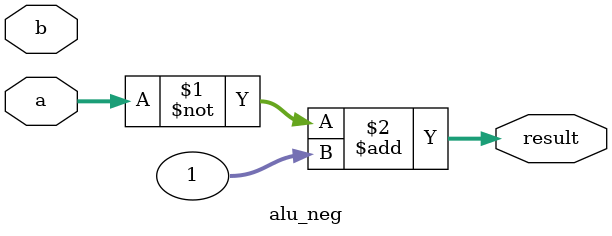
<source format=v>
module alu_neg(
	input wire [31:0] a,
	input wire [31:0] b,
	output wire [31:0] result
	);
	
	assign result = ~a +1;
endmodule 
</source>
